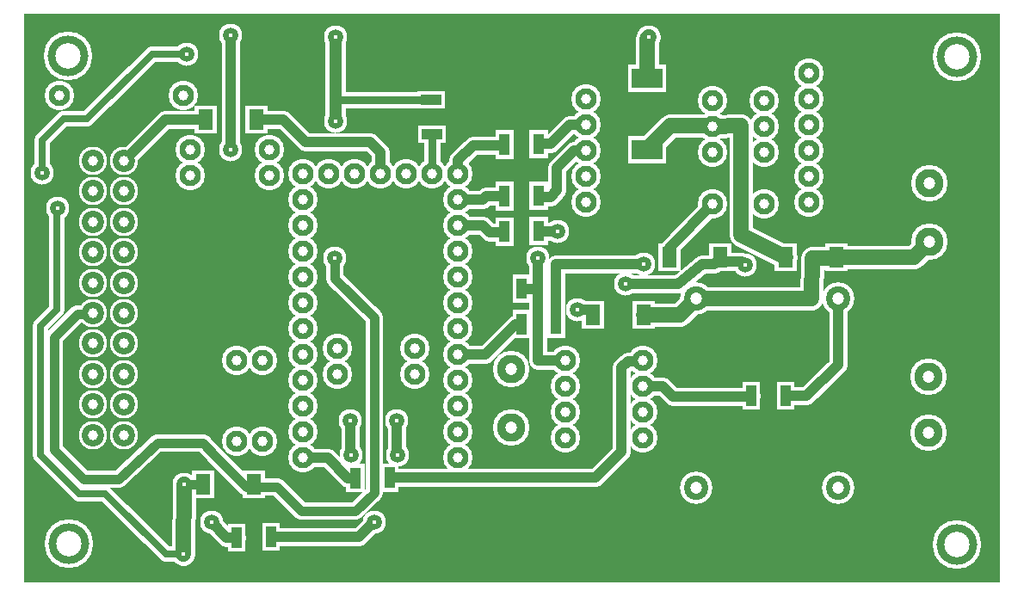
<source format=gbr>
%FSLAX34Y34*%
%MOMM*%
%LNCOPPER_BOTTOM*%
G71*
G01*
%ADD10C, 2.90*%
%ADD11C, 3.60*%
%ADD12C, 2.30*%
%ADD13C, 4.80*%
%ADD14C, 2.80*%
%ADD15C, 1.80*%
%ADD16C, 3.20*%
%ADD17C, 1.70*%
%ADD18C, 2.00*%
%ADD19C, 2.30*%
%ADD20R, 1.80X2.80*%
%ADD21C, 1.50*%
%ADD22R, 2.80X1.80*%
%ADD23C, 1.60*%
%ADD24R, 2.20X2.80*%
%ADD25R, 3.82X2.78*%
%ADD26C, 2.10*%
%ADD27C, 2.80*%
%ADD28C, 4.00*%
%ADD29C, 2.20*%
%ADD30C, 1.00*%
%ADD31C, 2.40*%
%ADD32C, 0.90*%
%ADD33C, 1.20*%
%ADD34C, 1.50*%
%ADD35R, 1.00X2.00*%
%ADD36C, 0.70*%
%ADD37R, 2.00X1.00*%
%ADD38C, 0.80*%
%ADD39R, 1.40X2.00*%
%ADD40R, 3.02X1.98*%
%ADD41C, 2.50*%
%ADD42C, 0.40*%
%LPD*%
G36*
X-128Y-958D02*
X959872Y-958D01*
X959872Y-560958D01*
X-128Y-560958D01*
X-128Y-958D01*
G37*
%LPC*%
X163384Y-134524D02*
G54D10*
D03*
X163384Y-159924D02*
G54D10*
D03*
X241171Y-134524D02*
G54D10*
D03*
X241171Y-159924D02*
G54D10*
D03*
X426292Y-437813D02*
G54D10*
D03*
X426292Y-412413D02*
G54D10*
D03*
X426292Y-387013D02*
G54D10*
D03*
X426292Y-361613D02*
G54D10*
D03*
X426292Y-234613D02*
G54D10*
D03*
X426292Y-209213D02*
G54D10*
D03*
X426292Y-183813D02*
G54D10*
D03*
X426292Y-158413D02*
G54D10*
D03*
X273892Y-437813D02*
G54D10*
D03*
X273892Y-412413D02*
G54D10*
D03*
X273892Y-387013D02*
G54D10*
D03*
X273892Y-361613D02*
G54D10*
D03*
X273892Y-234613D02*
G54D10*
D03*
X273892Y-209213D02*
G54D10*
D03*
X273892Y-183813D02*
G54D10*
D03*
X273892Y-158413D02*
G54D10*
D03*
X426292Y-336213D02*
G54D10*
D03*
X273892Y-336213D02*
G54D10*
D03*
X426292Y-310813D02*
G54D10*
D03*
X273892Y-310813D02*
G54D10*
D03*
X426292Y-285413D02*
G54D10*
D03*
X273892Y-285413D02*
G54D10*
D03*
X426292Y-260013D02*
G54D10*
D03*
X273892Y-260013D02*
G54D10*
D03*
X531721Y-342424D02*
G54D10*
D03*
X607921Y-342424D02*
G54D10*
D03*
X531721Y-367824D02*
G54D10*
D03*
X531721Y-393224D02*
G54D10*
D03*
X531721Y-418624D02*
G54D10*
D03*
X607921Y-367824D02*
G54D10*
D03*
X607921Y-393224D02*
G54D10*
D03*
X607921Y-418624D02*
G54D10*
D03*
X208743Y-421386D02*
G54D10*
D03*
X234143Y-421386D02*
G54D10*
D03*
X208743Y-342012D02*
G54D10*
D03*
X234143Y-342011D02*
G54D10*
D03*
X383897Y-356018D02*
G54D10*
D03*
X383897Y-330618D02*
G54D10*
D03*
X307697Y-356018D02*
G54D10*
D03*
X307697Y-330618D02*
G54D10*
D03*
X677116Y-86184D02*
G54D10*
D03*
X727916Y-86184D02*
G54D10*
D03*
X677116Y-111584D02*
G54D10*
D03*
X677116Y-136984D02*
G54D10*
D03*
X727916Y-111584D02*
G54D10*
D03*
X727916Y-136984D02*
G54D10*
D03*
X677116Y-187784D02*
G54D10*
D03*
X727916Y-187784D02*
G54D10*
D03*
X889034Y-357853D02*
G54D11*
D03*
X889034Y-413653D02*
G54D11*
D03*
X299292Y-158413D02*
G54D10*
D03*
X324692Y-158413D02*
G54D10*
D03*
X350092Y-158413D02*
G54D10*
D03*
X375492Y-158413D02*
G54D10*
D03*
X400892Y-158413D02*
G54D10*
D03*
G54D12*
X156627Y-532922D02*
X156705Y-464332D01*
X889875Y-167523D02*
G54D11*
D03*
X889895Y-225358D02*
G54D11*
D03*
X552621Y-84524D02*
G54D10*
D03*
X552621Y-109924D02*
G54D10*
D03*
X552621Y-135324D02*
G54D10*
D03*
X552621Y-160724D02*
G54D10*
D03*
X552621Y-186124D02*
G54D10*
D03*
X771709Y-59090D02*
G54D10*
D03*
X771709Y-84490D02*
G54D10*
D03*
X771709Y-109890D02*
G54D10*
D03*
X771709Y-135290D02*
G54D10*
D03*
X771709Y-160690D02*
G54D10*
D03*
X771709Y-186090D02*
G54D10*
D03*
X917675Y-523068D02*
G54D13*
D03*
X67391Y-145595D02*
G54D14*
D03*
X67391Y-175595D02*
G54D14*
D03*
X67391Y-205595D02*
G54D14*
D03*
X67391Y-235595D02*
G54D14*
D03*
X67391Y-265595D02*
G54D14*
D03*
X67391Y-295595D02*
G54D14*
D03*
X67391Y-325595D02*
G54D14*
D03*
X67391Y-355595D02*
G54D14*
D03*
X67391Y-385595D02*
G54D14*
D03*
X67391Y-415595D02*
G54D14*
D03*
X97391Y-145595D02*
G54D14*
D03*
X97391Y-175595D02*
G54D14*
D03*
X97391Y-205595D02*
G54D14*
D03*
X97391Y-235595D02*
G54D14*
D03*
X97391Y-265595D02*
G54D14*
D03*
X97391Y-295595D02*
G54D14*
D03*
X97391Y-325595D02*
G54D14*
D03*
X97391Y-355595D02*
G54D14*
D03*
X97391Y-385595D02*
G54D14*
D03*
X97391Y-415595D02*
G54D14*
D03*
G54D15*
X203142Y-133953D02*
X203142Y-21824D01*
X34051Y-81261D02*
G54D10*
D03*
X156595Y-81182D02*
G54D10*
D03*
X917299Y-43346D02*
G54D13*
D03*
X660856Y-281119D02*
G54D16*
D03*
X800414Y-467476D02*
G54D16*
D03*
X660579Y-467468D02*
G54D16*
D03*
X800592Y-281053D02*
G54D16*
D03*
X43183Y-522176D02*
G54D13*
D03*
G54D17*
X305642Y-240963D02*
X305642Y-261597D01*
X343917Y-299872D01*
X343917Y-472178D01*
X325909Y-490186D01*
X272336Y-490186D01*
X248419Y-466269D01*
X218382Y-466270D01*
X187920Y-435975D01*
X175642Y-423697D01*
X131192Y-423697D01*
X93092Y-458622D01*
X58167Y-458622D01*
X29592Y-430047D01*
X29592Y-318922D01*
X51817Y-296697D01*
X66289Y-296697D01*
X67391Y-295595D01*
G54D18*
X306116Y-23504D02*
X306116Y-107059D01*
X321353Y-435094D02*
G54D19*
D03*
X320853Y-401294D02*
G54D19*
D03*
G54D15*
X320853Y-401294D02*
X320853Y-434594D01*
X321353Y-435094D01*
X156705Y-464332D02*
G54D19*
D03*
X156627Y-532922D02*
G54D19*
D03*
X505002Y-241365D02*
G54D19*
D03*
X306116Y-107059D02*
G54D19*
D03*
X306116Y-23504D02*
G54D19*
D03*
X202728Y-22425D02*
G54D19*
D03*
X203071Y-134524D02*
G54D19*
D03*
X305642Y-240963D02*
G54D19*
D03*
X242920Y-515679D02*
G54D20*
D03*
X209120Y-516179D02*
G54D20*
D03*
X343952Y-501172D02*
G54D19*
D03*
G54D15*
X343952Y-501172D02*
X343497Y-501172D01*
X329256Y-515413D01*
X243187Y-515413D01*
X242920Y-515679D01*
X184304Y-501624D02*
G54D19*
D03*
G54D15*
X209120Y-516179D02*
X198860Y-516179D01*
X184304Y-501624D01*
X367071Y-435053D02*
G54D19*
D03*
X366571Y-401253D02*
G54D19*
D03*
G54D15*
X366571Y-401253D02*
X366571Y-434553D01*
X367071Y-435053D01*
X42807Y-42455D02*
G54D13*
D03*
X17427Y-157146D02*
G54D19*
D03*
X159833Y-40408D02*
G54D19*
D03*
G54D21*
X17427Y-157146D02*
X17427Y-125448D01*
X38790Y-104086D01*
X61664Y-104086D01*
X125406Y-40343D01*
X159767Y-40343D01*
X159833Y-40408D01*
X32180Y-191910D02*
G54D19*
D03*
G54D21*
X156627Y-532922D02*
X139221Y-532922D01*
X79375Y-473075D01*
X53975Y-473075D01*
X15875Y-434975D01*
X15875Y-307975D01*
X31750Y-292100D01*
X31750Y-192340D01*
X32180Y-191910D01*
X748544Y-376730D02*
G54D20*
D03*
X714744Y-377230D02*
G54D20*
D03*
G36*
X316430Y-443908D02*
X334430Y-443908D01*
X334430Y-471908D01*
X316430Y-471908D01*
X316430Y-443908D01*
G37*
G36*
X350230Y-443408D02*
X368230Y-443408D01*
X368231Y-471408D01*
X350231Y-471408D01*
X350230Y-443408D01*
G37*
G54D15*
X325430Y-457908D02*
X318208Y-457908D01*
X298450Y-438150D01*
X274229Y-438150D01*
X273892Y-437813D01*
G54D15*
X359230Y-457408D02*
X561767Y-457408D01*
X587375Y-431800D01*
X587375Y-349250D01*
X593725Y-342900D01*
X607445Y-342900D01*
X607921Y-342424D01*
X524450Y-214724D02*
G54D19*
D03*
G36*
X463177Y-115590D02*
X481177Y-115590D01*
X481178Y-143590D01*
X463178Y-143590D01*
X463177Y-115590D01*
G37*
G36*
X496977Y-115090D02*
X514977Y-115090D01*
X514978Y-143090D01*
X496978Y-143090D01*
X496977Y-115090D01*
G37*
G36*
X463177Y-166390D02*
X481177Y-166390D01*
X481178Y-194390D01*
X463178Y-194390D01*
X463177Y-166390D01*
G37*
G36*
X496977Y-165890D02*
X514977Y-165890D01*
X514978Y-193890D01*
X496978Y-193890D01*
X496977Y-165890D01*
G37*
G36*
X463177Y-201315D02*
X481177Y-201315D01*
X481178Y-229315D01*
X463178Y-229315D01*
X463177Y-201315D01*
G37*
G36*
X496977Y-200815D02*
X514977Y-200815D01*
X514978Y-228815D01*
X496978Y-228815D01*
X496977Y-200815D01*
G37*
X400908Y-119495D02*
G54D22*
D03*
X400408Y-85695D02*
G54D22*
D03*
G54D23*
X400892Y-158413D02*
X400908Y-119495D01*
G54D23*
X400408Y-85695D02*
X304830Y-85695D01*
X304800Y-85725D01*
G54D15*
X426292Y-158413D02*
X426292Y-145208D01*
X441325Y-130175D01*
X471592Y-130175D01*
X472177Y-129590D01*
G54D15*
X505977Y-129090D02*
X517586Y-129090D01*
X536487Y-110189D01*
X552356Y-110189D01*
X552621Y-109924D01*
G54D15*
X552621Y-135324D02*
X540951Y-135324D01*
X523875Y-152400D01*
X523875Y-174625D01*
X517525Y-180975D01*
X507062Y-180975D01*
X505977Y-179890D01*
G54D15*
X426292Y-209213D02*
X450513Y-209213D01*
X457200Y-215900D01*
X471592Y-215900D01*
X472177Y-215315D01*
G54D15*
X472177Y-180390D02*
X454610Y-180390D01*
X450850Y-184150D01*
X426629Y-184150D01*
X426292Y-183813D01*
G54D15*
X505977Y-214815D02*
X524359Y-214815D01*
X524450Y-214724D01*
G54D15*
X531721Y-342424D02*
X505002Y-342424D01*
X505002Y-241365D01*
G36*
X480072Y-292483D02*
X498072Y-292483D01*
X498072Y-320483D01*
X480072Y-320483D01*
X480072Y-292483D01*
G37*
G36*
X513872Y-291983D02*
X531872Y-291983D01*
X531872Y-319983D01*
X513872Y-319983D01*
X513872Y-291983D01*
G37*
G54D15*
X489072Y-306483D02*
X483183Y-306483D01*
X453143Y-336524D01*
X426603Y-336524D01*
X426292Y-336213D01*
G54D15*
X522872Y-271058D02*
X522870Y-247689D01*
X608887Y-247616D01*
G36*
X480072Y-257558D02*
X498072Y-257558D01*
X498072Y-285558D01*
X480072Y-285558D01*
X480072Y-257558D01*
G37*
G36*
X513872Y-257058D02*
X531872Y-257058D01*
X531872Y-285058D01*
X513872Y-285058D01*
X513872Y-257058D01*
G37*
G54D15*
X489072Y-271558D02*
X503333Y-271558D01*
X504825Y-273050D01*
G54D15*
X522872Y-305983D02*
X522872Y-271058D01*
G54D15*
X607921Y-367824D02*
X628174Y-367824D01*
X638175Y-377825D01*
X714150Y-377825D01*
X714744Y-377230D01*
G54D15*
X748544Y-376730D02*
X769445Y-376730D01*
X800100Y-346075D01*
X800100Y-281545D01*
X800592Y-281053D01*
X634457Y-240564D02*
G54D24*
D03*
X684457Y-240564D02*
G54D24*
D03*
G54D15*
X677116Y-187784D02*
X634464Y-230974D01*
X634457Y-240564D01*
X591340Y-267017D02*
G54D19*
D03*
X749144Y-240627D02*
G54D24*
D03*
X799144Y-240627D02*
G54D24*
D03*
G54D15*
X591340Y-267017D02*
X643276Y-267164D01*
X666344Y-247296D01*
X708871Y-247760D02*
G54D19*
D03*
G54D12*
X749144Y-240627D02*
X705049Y-218402D01*
X704850Y-111125D01*
X677116Y-111584D01*
X608887Y-247616D02*
G54D19*
D03*
G54D12*
X660856Y-281119D02*
X774644Y-281120D01*
X774700Y-241583D01*
X612265Y-134606D02*
G54D25*
D03*
X612265Y-64506D02*
G54D25*
D03*
G54D12*
X774700Y-241583D02*
X798188Y-241583D01*
X799144Y-240627D01*
G54D15*
X681178Y-244390D02*
X705501Y-244390D01*
X708871Y-247760D01*
G54D15*
X666344Y-247296D02*
X678271Y-247296D01*
X681178Y-244390D01*
X614091Y-23504D02*
G54D19*
D03*
G54D12*
X612265Y-64506D02*
X612265Y-25330D01*
X614091Y-23504D01*
G54D12*
X612265Y-134606D02*
X612265Y-133860D01*
X635000Y-111125D01*
X676657Y-111125D01*
X677116Y-111584D01*
G54D12*
X799144Y-240627D02*
X874626Y-240627D01*
X889895Y-225358D01*
X559072Y-296958D02*
G54D24*
D03*
X609072Y-296958D02*
G54D24*
D03*
X543770Y-292397D02*
G54D19*
D03*
G54D15*
X543770Y-292397D02*
X552153Y-292397D01*
X552450Y-292100D01*
G54D12*
X609072Y-296958D02*
X645017Y-296958D01*
X660856Y-281119D01*
X227816Y-104876D02*
G54D24*
D03*
X177816Y-104876D02*
G54D24*
D03*
G54D15*
X350092Y-158413D02*
X350092Y-137367D01*
X339725Y-127000D01*
X276225Y-127000D01*
X254000Y-104775D01*
X227917Y-104775D01*
X227816Y-104876D01*
G54D15*
X177816Y-104876D02*
X138111Y-104876D01*
X97391Y-145595D01*
X478926Y-350282D02*
G54D11*
D03*
X478946Y-408116D02*
G54D11*
D03*
X175755Y-464332D02*
G54D24*
D03*
X225755Y-464332D02*
G54D24*
D03*
G54D17*
X156705Y-464332D02*
X175755Y-464332D01*
%LPD*%
X163384Y-134524D02*
G54D26*
D03*
X163384Y-159924D02*
G54D26*
D03*
X241171Y-134524D02*
G54D26*
D03*
X241171Y-159924D02*
G54D26*
D03*
X426292Y-437813D02*
G54D26*
D03*
X426292Y-412413D02*
G54D26*
D03*
X426292Y-387013D02*
G54D26*
D03*
X426292Y-361613D02*
G54D26*
D03*
X426292Y-234613D02*
G54D26*
D03*
X426292Y-209213D02*
G54D26*
D03*
X426292Y-183813D02*
G54D26*
D03*
X426292Y-158413D02*
G54D26*
D03*
X273892Y-437813D02*
G54D26*
D03*
X273892Y-412413D02*
G54D26*
D03*
X273892Y-387013D02*
G54D26*
D03*
X273892Y-361613D02*
G54D26*
D03*
X273892Y-234613D02*
G54D26*
D03*
X273892Y-209213D02*
G54D26*
D03*
X273892Y-183813D02*
G54D26*
D03*
X273892Y-158413D02*
G54D26*
D03*
X426292Y-336213D02*
G54D26*
D03*
X273892Y-336213D02*
G54D26*
D03*
X426292Y-310813D02*
G54D26*
D03*
X273892Y-310813D02*
G54D26*
D03*
X426292Y-285413D02*
G54D26*
D03*
X273892Y-285413D02*
G54D26*
D03*
X426292Y-260013D02*
G54D26*
D03*
X273892Y-260013D02*
G54D26*
D03*
X531721Y-342424D02*
G54D26*
D03*
X607921Y-342424D02*
G54D26*
D03*
X531721Y-367824D02*
G54D26*
D03*
X531721Y-393224D02*
G54D26*
D03*
X531721Y-418624D02*
G54D26*
D03*
X607921Y-367824D02*
G54D26*
D03*
X607921Y-393224D02*
G54D26*
D03*
X607921Y-418624D02*
G54D26*
D03*
X208743Y-421386D02*
G54D26*
D03*
X234143Y-421386D02*
G54D26*
D03*
X208743Y-342012D02*
G54D26*
D03*
X234143Y-342011D02*
G54D26*
D03*
X383897Y-356018D02*
G54D26*
D03*
X383897Y-330618D02*
G54D26*
D03*
X307697Y-356018D02*
G54D26*
D03*
X307697Y-330618D02*
G54D26*
D03*
X677116Y-86184D02*
G54D26*
D03*
X727916Y-86184D02*
G54D26*
D03*
X677116Y-111584D02*
G54D26*
D03*
X677116Y-136984D02*
G54D26*
D03*
X727916Y-111584D02*
G54D26*
D03*
X727916Y-136984D02*
G54D26*
D03*
X677116Y-187784D02*
G54D26*
D03*
X727916Y-187784D02*
G54D26*
D03*
X889034Y-357853D02*
G54D27*
D03*
X889034Y-413653D02*
G54D27*
D03*
X299292Y-158413D02*
G54D26*
D03*
X324692Y-158413D02*
G54D26*
D03*
X350092Y-158413D02*
G54D26*
D03*
X375492Y-158413D02*
G54D26*
D03*
X400892Y-158413D02*
G54D26*
D03*
G54D21*
X156627Y-532922D02*
X156705Y-464332D01*
X889875Y-167523D02*
G54D27*
D03*
X889895Y-225358D02*
G54D27*
D03*
X552621Y-84524D02*
G54D26*
D03*
X552621Y-109924D02*
G54D26*
D03*
X552621Y-135324D02*
G54D26*
D03*
X552621Y-160724D02*
G54D26*
D03*
X552621Y-186124D02*
G54D26*
D03*
X771709Y-59090D02*
G54D26*
D03*
X771709Y-84490D02*
G54D26*
D03*
X771709Y-109890D02*
G54D26*
D03*
X771709Y-135290D02*
G54D26*
D03*
X771709Y-160690D02*
G54D26*
D03*
X771709Y-186090D02*
G54D26*
D03*
X917675Y-523068D02*
G54D28*
D03*
X67391Y-145595D02*
G54D29*
D03*
X67391Y-175595D02*
G54D29*
D03*
X67391Y-205595D02*
G54D29*
D03*
X67391Y-235595D02*
G54D29*
D03*
X67391Y-265595D02*
G54D29*
D03*
X67391Y-295595D02*
G54D29*
D03*
X67391Y-325595D02*
G54D29*
D03*
X67391Y-355595D02*
G54D29*
D03*
X67391Y-385595D02*
G54D29*
D03*
X67391Y-415595D02*
G54D29*
D03*
X97391Y-145595D02*
G54D29*
D03*
X97391Y-175595D02*
G54D29*
D03*
X97391Y-205595D02*
G54D29*
D03*
X97391Y-235595D02*
G54D29*
D03*
X97391Y-265595D02*
G54D29*
D03*
X97391Y-295595D02*
G54D29*
D03*
X97391Y-325595D02*
G54D29*
D03*
X97391Y-355595D02*
G54D29*
D03*
X97391Y-385595D02*
G54D29*
D03*
X97391Y-415595D02*
G54D29*
D03*
G54D30*
X203142Y-133953D02*
X203142Y-21824D01*
X34051Y-81261D02*
G54D26*
D03*
X156595Y-81182D02*
G54D26*
D03*
X917299Y-43346D02*
G54D28*
D03*
X660856Y-281119D02*
G54D31*
D03*
X800414Y-467476D02*
G54D31*
D03*
X660579Y-467468D02*
G54D31*
D03*
X800592Y-281053D02*
G54D31*
D03*
X43183Y-522176D02*
G54D28*
D03*
G54D32*
X305642Y-240963D02*
X305642Y-261597D01*
X343917Y-299872D01*
X343917Y-472178D01*
X325909Y-490186D01*
X272336Y-490186D01*
X248419Y-466269D01*
X218382Y-466270D01*
X187920Y-435975D01*
X175642Y-423697D01*
X131192Y-423697D01*
X93092Y-458622D01*
X58167Y-458622D01*
X29592Y-430047D01*
X29592Y-318922D01*
X51817Y-296697D01*
X66289Y-296697D01*
X67391Y-295595D01*
G54D33*
X306116Y-23504D02*
X306116Y-107059D01*
X321353Y-435094D02*
G54D34*
D03*
X320853Y-401294D02*
G54D34*
D03*
G54D30*
X320853Y-401294D02*
X320853Y-434594D01*
X321353Y-435094D01*
X156705Y-464332D02*
G54D34*
D03*
X156627Y-532922D02*
G54D34*
D03*
X505002Y-241365D02*
G54D34*
D03*
X306116Y-107059D02*
G54D34*
D03*
X306116Y-23504D02*
G54D34*
D03*
X202728Y-22425D02*
G54D34*
D03*
X203071Y-134524D02*
G54D34*
D03*
X305642Y-240963D02*
G54D34*
D03*
X242920Y-515679D02*
G54D35*
D03*
X209120Y-516179D02*
G54D35*
D03*
X343952Y-501172D02*
G54D34*
D03*
G54D30*
X343952Y-501172D02*
X343497Y-501172D01*
X329256Y-515413D01*
X243187Y-515413D01*
X242920Y-515679D01*
X184304Y-501624D02*
G54D34*
D03*
G54D30*
X209120Y-516179D02*
X198860Y-516179D01*
X184304Y-501624D01*
X367071Y-435053D02*
G54D34*
D03*
X366571Y-401253D02*
G54D34*
D03*
G54D30*
X366571Y-401253D02*
X366571Y-434553D01*
X367071Y-435053D01*
X42807Y-42455D02*
G54D28*
D03*
X17427Y-157146D02*
G54D34*
D03*
X159833Y-40408D02*
G54D34*
D03*
G54D36*
X17427Y-157146D02*
X17427Y-125448D01*
X38790Y-104086D01*
X61664Y-104086D01*
X125406Y-40343D01*
X159767Y-40343D01*
X159833Y-40408D01*
X32180Y-191910D02*
G54D34*
D03*
G54D36*
X156627Y-532922D02*
X139221Y-532922D01*
X79375Y-473075D01*
X53975Y-473075D01*
X15875Y-434975D01*
X15875Y-307975D01*
X31750Y-292100D01*
X31750Y-192340D01*
X32180Y-191910D01*
X748544Y-376730D02*
G54D35*
D03*
X714744Y-377230D02*
G54D35*
D03*
G36*
X320430Y-447908D02*
X330430Y-447908D01*
X330430Y-467908D01*
X320430Y-467908D01*
X320430Y-447908D01*
G37*
G36*
X354230Y-447408D02*
X364230Y-447408D01*
X364230Y-467408D01*
X354230Y-467408D01*
X354230Y-447408D01*
G37*
G54D30*
X325430Y-457908D02*
X318208Y-457908D01*
X298450Y-438150D01*
X274229Y-438150D01*
X273892Y-437813D01*
G54D30*
X359230Y-457408D02*
X561767Y-457408D01*
X587375Y-431800D01*
X587375Y-349250D01*
X593725Y-342900D01*
X607445Y-342900D01*
X607921Y-342424D01*
X524450Y-214724D02*
G54D34*
D03*
G36*
X467177Y-119590D02*
X477177Y-119590D01*
X477178Y-139590D01*
X467178Y-139590D01*
X467177Y-119590D01*
G37*
G36*
X500977Y-119090D02*
X510977Y-119090D01*
X510978Y-139090D01*
X500978Y-139090D01*
X500977Y-119090D01*
G37*
G36*
X467177Y-170390D02*
X477177Y-170390D01*
X477178Y-190390D01*
X467178Y-190390D01*
X467177Y-170390D01*
G37*
G36*
X500977Y-169890D02*
X510977Y-169890D01*
X510978Y-189890D01*
X500978Y-189890D01*
X500977Y-169890D01*
G37*
G36*
X467177Y-205315D02*
X477177Y-205315D01*
X477178Y-225315D01*
X467178Y-225315D01*
X467177Y-205315D01*
G37*
G36*
X500977Y-204815D02*
X510977Y-204815D01*
X510978Y-224815D01*
X500978Y-224815D01*
X500977Y-204815D01*
G37*
X400908Y-119495D02*
G54D37*
D03*
X400408Y-85695D02*
G54D37*
D03*
G54D38*
X400892Y-158413D02*
X400908Y-119495D01*
G54D38*
X400408Y-85695D02*
X304830Y-85695D01*
X304800Y-85725D01*
G54D30*
X426292Y-158413D02*
X426292Y-145208D01*
X441325Y-130175D01*
X471592Y-130175D01*
X472177Y-129590D01*
G54D30*
X505977Y-129090D02*
X517586Y-129090D01*
X536487Y-110189D01*
X552356Y-110189D01*
X552621Y-109924D01*
G54D30*
X552621Y-135324D02*
X540951Y-135324D01*
X523875Y-152400D01*
X523875Y-174625D01*
X517525Y-180975D01*
X507062Y-180975D01*
X505977Y-179890D01*
G54D30*
X426292Y-209213D02*
X450513Y-209213D01*
X457200Y-215900D01*
X471592Y-215900D01*
X472177Y-215315D01*
G54D30*
X472177Y-180390D02*
X454610Y-180390D01*
X450850Y-184150D01*
X426629Y-184150D01*
X426292Y-183813D01*
G54D30*
X505977Y-214815D02*
X524359Y-214815D01*
X524450Y-214724D01*
G54D30*
X531721Y-342424D02*
X505002Y-342424D01*
X505002Y-241365D01*
G36*
X484072Y-296483D02*
X494072Y-296483D01*
X494072Y-316483D01*
X484072Y-316483D01*
X484072Y-296483D01*
G37*
G36*
X517872Y-295983D02*
X527872Y-295983D01*
X527872Y-315983D01*
X517872Y-315983D01*
X517872Y-295983D01*
G37*
G54D30*
X489072Y-306483D02*
X483183Y-306483D01*
X453143Y-336524D01*
X426603Y-336524D01*
X426292Y-336213D01*
G54D30*
X522872Y-271058D02*
X522870Y-247689D01*
X608887Y-247616D01*
G36*
X484072Y-261558D02*
X494072Y-261558D01*
X494072Y-281558D01*
X484072Y-281558D01*
X484072Y-261558D01*
G37*
G36*
X517872Y-261058D02*
X527872Y-261058D01*
X527872Y-281058D01*
X517872Y-281058D01*
X517872Y-261058D01*
G37*
G54D30*
X489072Y-271558D02*
X503333Y-271558D01*
X504825Y-273050D01*
G54D30*
X522872Y-305983D02*
X522872Y-271058D01*
G54D30*
X607921Y-367824D02*
X628174Y-367824D01*
X638175Y-377825D01*
X714150Y-377825D01*
X714744Y-377230D01*
G54D30*
X748544Y-376730D02*
X769445Y-376730D01*
X800100Y-346075D01*
X800100Y-281545D01*
X800592Y-281053D01*
X634457Y-240564D02*
G54D39*
D03*
X684457Y-240564D02*
G54D39*
D03*
G54D30*
X677116Y-187784D02*
X634464Y-230974D01*
X634457Y-240564D01*
X591340Y-267017D02*
G54D34*
D03*
X749144Y-240627D02*
G54D39*
D03*
X799144Y-240627D02*
G54D39*
D03*
G54D30*
X591340Y-267017D02*
X643276Y-267164D01*
X666344Y-247296D01*
X708871Y-247760D02*
G54D34*
D03*
G54D21*
X749144Y-240627D02*
X705049Y-218402D01*
X704850Y-111125D01*
X677116Y-111584D01*
X608887Y-247616D02*
G54D34*
D03*
G54D21*
X660856Y-281119D02*
X774644Y-281120D01*
X774700Y-241583D01*
X612265Y-134606D02*
G54D40*
D03*
X612265Y-64506D02*
G54D40*
D03*
G54D21*
X774700Y-241583D02*
X798188Y-241583D01*
X799144Y-240627D01*
G54D30*
X681178Y-244390D02*
X705501Y-244390D01*
X708871Y-247760D01*
G54D30*
X666344Y-247296D02*
X678271Y-247296D01*
X681178Y-244390D01*
X614091Y-23504D02*
G54D34*
D03*
G54D21*
X612265Y-64506D02*
X612265Y-25330D01*
X614091Y-23504D01*
G54D21*
X612265Y-134606D02*
X612265Y-133860D01*
X635000Y-111125D01*
X676657Y-111125D01*
X677116Y-111584D01*
G54D21*
X799144Y-240627D02*
X874626Y-240627D01*
X889895Y-225358D01*
X559072Y-296958D02*
G54D39*
D03*
X609072Y-296958D02*
G54D39*
D03*
X543770Y-292397D02*
G54D34*
D03*
G54D30*
X543770Y-292397D02*
X552153Y-292397D01*
X552450Y-292100D01*
G54D21*
X609072Y-296958D02*
X645017Y-296958D01*
X660856Y-281119D01*
X227816Y-104876D02*
G54D39*
D03*
X177816Y-104876D02*
G54D39*
D03*
G54D30*
X350092Y-158413D02*
X350092Y-137367D01*
X339725Y-127000D01*
X276225Y-127000D01*
X254000Y-104775D01*
X227917Y-104775D01*
X227816Y-104876D01*
G54D30*
X177816Y-104876D02*
X138111Y-104876D01*
X97391Y-145595D01*
X478926Y-350282D02*
G54D27*
D03*
X478946Y-408116D02*
G54D27*
D03*
X175755Y-464332D02*
G54D39*
D03*
X225755Y-464332D02*
G54D39*
D03*
G54D32*
X156705Y-464332D02*
X175755Y-464332D01*
%LNZENTR*%
%LPC*%
X163384Y-134524D02*
G54D30*
D03*
X163384Y-159924D02*
G54D30*
D03*
X241171Y-134524D02*
G54D30*
D03*
X241171Y-159924D02*
G54D30*
D03*
X426292Y-437813D02*
G54D30*
D03*
X426292Y-412413D02*
G54D30*
D03*
X426292Y-387013D02*
G54D30*
D03*
X426292Y-361613D02*
G54D30*
D03*
X426292Y-234613D02*
G54D30*
D03*
X426292Y-209213D02*
G54D30*
D03*
X426292Y-183813D02*
G54D30*
D03*
X426292Y-158413D02*
G54D30*
D03*
X273892Y-437813D02*
G54D30*
D03*
X273892Y-412413D02*
G54D30*
D03*
X273892Y-387013D02*
G54D30*
D03*
X273892Y-361613D02*
G54D30*
D03*
X273892Y-234613D02*
G54D30*
D03*
X273892Y-209213D02*
G54D30*
D03*
X273892Y-183813D02*
G54D30*
D03*
X273892Y-158413D02*
G54D30*
D03*
X426292Y-336213D02*
G54D30*
D03*
X273892Y-336213D02*
G54D30*
D03*
X426292Y-310813D02*
G54D30*
D03*
X273892Y-310813D02*
G54D30*
D03*
X426292Y-285413D02*
G54D30*
D03*
X273892Y-285413D02*
G54D30*
D03*
X426292Y-260013D02*
G54D30*
D03*
X273892Y-260013D02*
G54D30*
D03*
X531721Y-342424D02*
G54D30*
D03*
X607921Y-342424D02*
G54D30*
D03*
X531721Y-367824D02*
G54D30*
D03*
X531721Y-393224D02*
G54D30*
D03*
X531721Y-418624D02*
G54D30*
D03*
X607921Y-367824D02*
G54D30*
D03*
X607921Y-393224D02*
G54D30*
D03*
X607921Y-418624D02*
G54D30*
D03*
X208743Y-421386D02*
G54D30*
D03*
X234143Y-421386D02*
G54D30*
D03*
X208743Y-342012D02*
G54D30*
D03*
X234143Y-342011D02*
G54D30*
D03*
X383897Y-356018D02*
G54D30*
D03*
X383897Y-330618D02*
G54D30*
D03*
X307697Y-356018D02*
G54D30*
D03*
X307697Y-330618D02*
G54D30*
D03*
X677116Y-86184D02*
G54D30*
D03*
X727916Y-86184D02*
G54D30*
D03*
X677116Y-111584D02*
G54D30*
D03*
X677116Y-136984D02*
G54D30*
D03*
X727916Y-111584D02*
G54D30*
D03*
X727916Y-136984D02*
G54D30*
D03*
X677116Y-187784D02*
G54D30*
D03*
X727916Y-187784D02*
G54D30*
D03*
X889034Y-357853D02*
G54D33*
D03*
X889034Y-413653D02*
G54D33*
D03*
X299292Y-158413D02*
G54D30*
D03*
X324692Y-158413D02*
G54D30*
D03*
X350092Y-158413D02*
G54D30*
D03*
X375492Y-158413D02*
G54D30*
D03*
X400892Y-158413D02*
G54D30*
D03*
X889875Y-167523D02*
G54D33*
D03*
X889895Y-225358D02*
G54D33*
D03*
X552621Y-84524D02*
G54D30*
D03*
X552621Y-109924D02*
G54D30*
D03*
X552621Y-135324D02*
G54D30*
D03*
X552621Y-160724D02*
G54D30*
D03*
X552621Y-186124D02*
G54D30*
D03*
X771709Y-59090D02*
G54D30*
D03*
X771709Y-84490D02*
G54D30*
D03*
X771709Y-109890D02*
G54D30*
D03*
X771709Y-135290D02*
G54D30*
D03*
X771709Y-160690D02*
G54D30*
D03*
X771709Y-186090D02*
G54D30*
D03*
X917675Y-523068D02*
G54D41*
D03*
X67391Y-145595D02*
G54D30*
D03*
X67391Y-175595D02*
G54D30*
D03*
X67391Y-205595D02*
G54D30*
D03*
X67391Y-235595D02*
G54D30*
D03*
X67391Y-265595D02*
G54D30*
D03*
X67391Y-295595D02*
G54D30*
D03*
X67391Y-325595D02*
G54D30*
D03*
X67391Y-355595D02*
G54D30*
D03*
X67391Y-385595D02*
G54D30*
D03*
X67391Y-415595D02*
G54D30*
D03*
X97391Y-145595D02*
G54D30*
D03*
X97391Y-175595D02*
G54D30*
D03*
X97391Y-205595D02*
G54D30*
D03*
X97391Y-235595D02*
G54D30*
D03*
X97391Y-265595D02*
G54D30*
D03*
X97391Y-295595D02*
G54D30*
D03*
X97391Y-325595D02*
G54D30*
D03*
X97391Y-355595D02*
G54D30*
D03*
X97391Y-385595D02*
G54D30*
D03*
X97391Y-415595D02*
G54D30*
D03*
X34051Y-81261D02*
G54D30*
D03*
X156595Y-81182D02*
G54D30*
D03*
X917299Y-43346D02*
G54D41*
D03*
X660856Y-281119D02*
G54D33*
D03*
X800414Y-467476D02*
G54D33*
D03*
X660579Y-467468D02*
G54D33*
D03*
X800592Y-281053D02*
G54D33*
D03*
X43183Y-522176D02*
G54D41*
D03*
X321353Y-435094D02*
G54D42*
D03*
X320853Y-401294D02*
G54D42*
D03*
X156705Y-464332D02*
G54D42*
D03*
X156627Y-532922D02*
G54D42*
D03*
X505002Y-241365D02*
G54D42*
D03*
X306116Y-107059D02*
G54D42*
D03*
X306116Y-23504D02*
G54D42*
D03*
X202728Y-22425D02*
G54D42*
D03*
X203071Y-134524D02*
G54D42*
D03*
X305642Y-240963D02*
G54D42*
D03*
X343952Y-501172D02*
G54D42*
D03*
X184304Y-501624D02*
G54D42*
D03*
X367071Y-435053D02*
G54D42*
D03*
X366571Y-401253D02*
G54D42*
D03*
X42807Y-42455D02*
G54D41*
D03*
X17427Y-157146D02*
G54D42*
D03*
X159833Y-40408D02*
G54D42*
D03*
X32180Y-191910D02*
G54D42*
D03*
X524450Y-214724D02*
G54D42*
D03*
X591340Y-267017D02*
G54D42*
D03*
X708871Y-247760D02*
G54D42*
D03*
X608887Y-247616D02*
G54D42*
D03*
X614091Y-23504D02*
G54D42*
D03*
X543770Y-292397D02*
G54D42*
D03*
X478926Y-350282D02*
G54D33*
D03*
X478946Y-408116D02*
G54D33*
D03*
M02*

</source>
